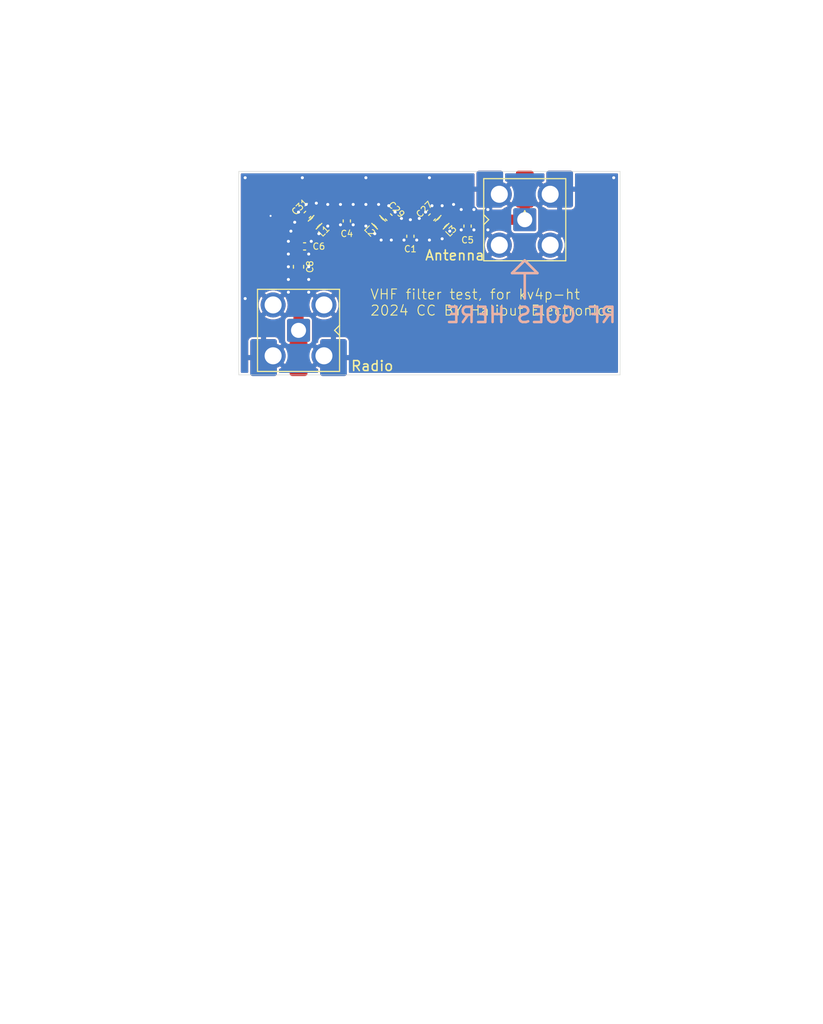
<source format=kicad_pcb>
(kicad_pcb (version 20240108) (generator "pcbnew") (generator_version "8.0")
  (title_block (title "kv4p HT") (date "2024-11-26") (rev "2.1a") (company "VanceVagell") (comment 1 "https://github.com/VanceVagell/kv4p-ht") (comment 2 "v2 hardware by @SmittyHalibut"))
  (layers (0 "F.Cu" signal) (1 "In1.Cu" signal) (2 "In2.Cu" signal) (31 "B.Cu" signal) (34 "B.Paste" user) (35 "F.Paste" user) (36 "B.SilkS" user "B.Silkscreen") (37 "F.SilkS" user "F.Silkscreen") (38 "B.Mask" user) (39 "F.Mask" user) (44 "Edge.Cuts" user))
  (net 0 "")
  (net 1 "GND")
  (net 2 "Net-(J3-In)")
  (net 3 "Net-(J1-In)")
  (net 4 "Net-(C1-Pad2)")
  (net 5 "Net-(C29-Pad2)")
  (net 6 "Net-(C31-Pad2)")
  (footprint "Connector_Coaxial:SMA_Amphenol_901-143_Horizontal" (layer "F.Cu") (at 132.969 79.375 180)
    (property "Reference" "J3" (hide yes))
    (property "Value" "Radio")
    (fp_line (start 4.1 -4.1) (end 4.1 4.1) (stroke (width 0.12)) (layer "F.SilkS"))
    (fp_line (start -3.6 0) (end -4.1 -0.5) (stroke (width 0.12)) (layer "F.SilkS"))
    (fp_line (start -4.1 4.1) (end 4.1 4.1) (stroke (width 0.12)) (layer "F.SilkS"))
    (fp_line (start -4.1 0.5) (end -3.6 0) (stroke (width 0.12)) (layer "F.SilkS"))
    (fp_line (start -4.1 -4.1) (end 4.1 -4.1) (stroke (width 0.12)) (layer "F.SilkS"))
    (fp_line (start -4.1 -4.1) (end -4.1 4.1) (stroke (width 0.12)) (layer "F.SilkS"))
    (pad "1" thru_hole roundrect (at 0 0 180) (size 2.3 2.3) (drill 1.5) (layers "*.Cu" "*.Mask") (roundrect_rratio 0.087) (net 2 "Net-(J3-In)"))
    (pad "2" thru_hole circle (at -2.54 -2.54 180) (size 2.5 2.5) (drill 1.7) (layers "*.Cu" "*.Mask") (net 1 "GND"))
    (pad "2" thru_hole circle (at -2.54 2.54 180) (size 2.5 2.5) (drill 1.7) (layers "*.Cu" "*.Mask") (net 1 "GND"))
    (pad "2" thru_hole circle (at 2.54 -2.54 180) (size 2.5 2.5) (drill 1.7) (layers "*.Cu" "*.Mask") (net 1 "GND"))
    (pad "2" thru_hole circle (at 2.54 2.54 180) (size 2.5 2.5) (drill 1.7) (layers "*.Cu" "*.Mask") (net 1 "GND"))
  )
  (footprint "Inductor_SMD:L_0805_2012Metric" (layer "F.Cu") (at 140.97 68.58 135)
    (property "Reference" "L2" (at 0 -1.257236 135) (layer "F.SilkS") (effects (font (size 0.635 0.635) (thickness 0.1016))))
    (property "Value" "30nH")
    (fp_line (start -0.399622 -0.56) (end 0.399622 -0.56) (stroke (width 0.12)) (layer "F.SilkS"))
    (fp_line (start -0.399622 0.56) (end 0.399622 0.56) (stroke (width 0.12)) (layer "F.SilkS"))
    (pad "1" smd roundrect (at -1.0625 0 135) (size 0.875 1.2) (layers "F.Cu" "F.Paste" "F.Mask") (net 4 "Net-(C1-Pad2)"))
    (pad "2" smd roundrect (at 1.0625 0 135) (size 0.875 1.2) (layers "F.Cu" "F.Paste" "F.Mask") (net 5 "Net-(C29-Pad2)"))
  )
  (footprint "Capacitor_SMD:C_0402_1005Metric" (layer "F.Cu") (at 137.795 68.453 90)
    (property "Reference" "C4" (at -1.27 0 180) (layer "F.SilkS") (effects (font (size 0.635 0.635) (thickness 0.1016))))
    (property "Value" "16pF")
    (fp_line (start -0.107836 -0.36) (end 0.107836 -0.36) (stroke (width 0.12)) (layer "F.SilkS"))
    (fp_line (start -0.107836 0.36) (end 0.107836 0.36) (stroke (width 0.12)) (layer "F.SilkS"))
    (pad "1" smd roundrect (at -0.48 0 90) (size 0.56 0.62) (layers "F.Cu" "F.Paste" "F.Mask") (net 1 "GND"))
    (pad "2" smd roundrect (at 0.48 0 90) (size 0.56 0.62) (layers "F.Cu" "F.Paste" "F.Mask") (net 5 "Net-(C29-Pad2)"))
  )
  (footprint "Inductor_SMD:L_0603_1608Metric" (layer "F.Cu") (at 147.32 68.58 -135)
    (property "Reference" "L3" (at 0 -1.257236 45) (layer "F.SilkS") (effects (font (size 0.635 0.635) (thickness 0.1016))))
    (property "Value" "43nH")
    (fp_line (start -0.16278 0.51) (end 0.16278 0.51) (stroke (width 0.12)) (layer "F.SilkS"))
    (fp_line (start -0.16278 -0.51) (end 0.16278 -0.51) (stroke (width 0.12)) (layer "F.SilkS"))
    (pad "1" smd roundrect (at -0.787501 0 225) (size 0.875 0.95) (layers "F.Cu" "F.Paste" "F.Mask") (net 3 "Net-(J1-In)"))
    (pad "2" smd roundrect (at 0.787501 0 225) (size 0.875 0.95) (layers "F.Cu" "F.Paste" "F.Mask") (net 4 "Net-(C1-Pad2)"))
  )
  (footprint "Connector_Coaxial:SMA_Amphenol_901-143_Horizontal" (layer "F.Cu") (at 155.575 68.326)
    (property "Reference" "J1" (hide yes))
    (property "Value" "Antenna" (at -6.985 3.556 0) (layer "F.SilkS"))
    (fp_line (start -4.1 -4.1) (end -4.1 4.1) (stroke (width 0.12)) (layer "F.SilkS"))
    (fp_line (start -4.1 -4.1) (end 4.1 -4.1) (stroke (width 0.12)) (layer "F.SilkS"))
    (fp_line (start -4.1 0.5) (end -3.6 0) (stroke (width 0.12)) (layer "F.SilkS"))
    (fp_line (start -4.1 4.1) (end 4.1 4.1) (stroke (width 0.12)) (layer "F.SilkS"))
    (fp_line (start -3.6 0) (end -4.1 -0.5) (stroke (width 0.12)) (layer "F.SilkS"))
    (fp_line (start 4.1 -4.1) (end 4.1 4.1) (stroke (width 0.12)) (layer "F.SilkS"))
    (pad "1" thru_hole roundrect (at 0 0) (size 2.3 2.3) (drill 1.5) (layers "*.Cu" "*.Mask") (roundrect_rratio 0.087) (net 3 "Net-(J1-In)"))
    (pad "2" thru_hole circle (at -2.54 -2.54) (size 2.5 2.5) (drill 1.7) (layers "*.Cu" "*.Mask") (net 1 "GND"))
    (pad "2" thru_hole circle (at -2.54 2.54) (size 2.5 2.5) (drill 1.7) (layers "*.Cu" "*.Mask") (net 1 "GND"))
    (pad "2" thru_hole circle (at 2.54 -2.54) (size 2.5 2.5) (drill 1.7) (layers "*.Cu" "*.Mask") (net 1 "GND"))
    (pad "2" thru_hole circle (at 2.54 2.54) (size 2.5 2.5) (drill 1.7) (layers "*.Cu" "*.Mask") (net 1 "GND"))
  )
  (footprint "Connector_Coaxial:SMA_Molex_73251-2120_EdgeMount_Horizontal" (layer "F.Cu") (at 132.969 82.344 -90)
    (property "Reference" "J4" (hide yes))
    (property "Value" "SMA")
    (fp_line (start -2.9 0.25) (end -2.4 0) (stroke (width 0.12)) (layer "F.SilkS"))
    (fp_line (start -2.4 0) (end -2.9 -0.25) (stroke (width 0.12)) (layer "F.SilkS"))
    (fp_line (start -2.9 -0.25) (end -2.9 0.25) (stroke (width 0.12)) (layer "F.SilkS"))
    (pad "1" smd roundrect (at -0.25 0 270) (size 3.69 1.78) (layers "F.Cu" "F.Paste" "F.Mask") (roundrect_rratio 0.1404494382) (net 2 "Net-(J3-In)"))
    (pad "2" smd roundrect (at -0.25 -3.4925 270) (size 3.69 2.665) (layers "F.Cu" "F.Paste" "F.Mask") (roundrect_rratio 0.09380863039) (net 1 "GND"))
    (pad "2" smd roundrect (at -0.25 -3.4925 270) (size 3.69 2.665) (layers "B.Cu" "B.Paste" "B.Mask") (roundrect_rratio 0.09380863039) (net 1 "GND"))
    (pad "2" smd roundrect (at -0.25 3.4925 270) (size 3.69 2.665) (layers "F.Cu" "F.Paste" "F.Mask") (roundrect_rratio 0.09380863039) (net 1 "GND"))
    (pad "2" smd roundrect (at -0.25 3.4925 270) (size 3.69 2.665) (layers "B.Cu" "B.Paste" "B.Mask") (roundrect_rratio 0.09380863039) (net 1 "GND"))
  )
  (footprint "Capacitor_SMD:C_0402_1005Metric" (layer "F.Cu") (at 133.858 67.818 -135)
    (property "Reference" "C31" (at 0 1.077631 45) (layer "F.SilkS") (effects (font (size 0.635 0.635) (thickness 0.1016))))
    (property "Value" "11pF")
    (fp_line (start -0.107836 0.36) (end 0.107836 0.36) (stroke (width 0.12)) (layer "F.SilkS"))
    (fp_line (start -0.107836 -0.36) (end 0.107836 -0.36) (stroke (width 0.12)) (layer "F.SilkS"))
    (pad "1" smd roundrect (at -0.48 0 225) (size 0.56 0.62) (layers "F.Cu" "F.Paste" "F.Mask") (net 5 "Net-(C29-Pad2)"))
    (pad "2" smd roundrect (at 0.48 0 225) (size 0.56 0.62) (layers "F.Cu" "F.Paste" "F.Mask") (net 6 "Net-(C31-Pad2)"))
  )
  (footprint "Inductor_SMD:L_0805_2012Metric" (layer "F.Cu") (at 147.32 68.58 -135)
    (property "Reference" "L4" (hide yes))
    (property "Value" "~")
    (fp_line (start -0.399622 0.56) (end 0.399622 0.56) (stroke (width 0.12)) (layer "F.SilkS"))
    (fp_line (start -0.399622 -0.56) (end 0.399622 -0.56) (stroke (width 0.12)) (layer "F.SilkS"))
    (pad "1" smd roundrect (at -1.0625 0 225) (size 0.875 1.2) (layers "F.Cu" "F.Paste" "F.Mask") (net 3 "Net-(J1-In)"))
    (pad "2" smd roundrect (at 1.0625 0 225) (size 0.875 1.2) (layers "F.Cu" "F.Paste" "F.Mask") (net 4 "Net-(C1-Pad2)"))
  )
  (footprint "Inductor_SMD:L_0603_1608Metric" (layer "F.Cu") (at 140.97 68.58 135)
    (property "Reference" "L5" (hide yes))
    (property "Value" "~")
    (fp_line (start -0.16278 -0.51) (end 0.16278 -0.51) (stroke (width 0.12)) (layer "F.SilkS"))
    (fp_line (start -0.16278 0.51) (end 0.16278 0.51) (stroke (width 0.12)) (layer "F.SilkS"))
    (pad "1" smd roundrect (at -0.787501 0 135) (size 0.875 0.95) (layers "F.Cu" "F.Paste" "F.Mask") (net 4 "Net-(C1-Pad2)"))
    (pad "2" smd roundrect (at 0.787501 0 135) (size 0.875 0.95) (layers "F.Cu" "F.Paste" "F.Mask") (net 5 "Net-(C29-Pad2)"))
  )
  (footprint "Capacitor_SMD:C_0603_1608Metric" (layer "F.Cu") (at 132.969 73.025 -90)
    (property "Reference" "C8" (at 0 -1.143 -90) (layer "F.SilkS") (effects (font (size 0.635 0.635) (thickness 0.1016))))
    (property "Value" "2.2nF Tuned VHF")
    (fp_line (start -0.14058 0.51) (end 0.14058 0.51) (stroke (width 0.12)) (layer "F.SilkS"))
    (fp_line (start -0.14058 -0.51) (end 0.14058 -0.51) (stroke (width 0.12)) (layer "F.SilkS"))
    (pad "1" smd roundrect (at -0.775 0 270) (size 0.9 0.95) (layers "F.Cu" "F.Paste" "F.Mask") (net 6 "Net-(C31-Pad2)"))
    (pad "2" smd roundrect (at 0.775 0 270) (size 0.9 0.95) (layers "F.Cu" "F.Paste" "F.Mask") (net 2 "Net-(J3-In)"))
  )
  (footprint "Capacitor_SMD:C_0402_1005Metric" (layer "F.Cu") (at 141.986 68.072 135)
    (property "Reference" "C29" (at 0 1.077631 135) (layer "F.SilkS") (effects (font (size 0.635 0.635) (thickness 0.1016))))
    (property "Value" "13pF")
    (fp_line (start -0.107836 -0.36) (end 0.107836 -0.36) (stroke (width 0.12)) (layer "F.SilkS"))
    (fp_line (start -0.107836 0.36) (end 0.107836 0.36) (stroke (width 0.12)) (layer "F.SilkS"))
    (pad "1" smd roundrect (at -0.48 0 135) (size 0.56 0.62) (layers "F.Cu" "F.Paste" "F.Mask") (net 4 "Net-(C1-Pad2)"))
    (pad "2" smd roundrect (at 0.48 0 135) (size 0.56 0.62) (layers "F.Cu" "F.Paste" "F.Mask") (net 5 "Net-(C29-Pad2)"))
  )
  (footprint "Inductor_SMD:L_0805_2012Metric" (layer "F.Cu") (at 134.62 68.58 -135)
    (property "Reference" "L1" (at 0 -1.257236 45) (layer "F.SilkS") (effects (font (size 0.635 0.635) (thickness 0.1016))))
    (property "Value" "27nH")
    (fp_line (start -0.399622 0.56) (end 0.399622 0.56) (stroke (width 0.12)) (layer "F.SilkS"))
    (fp_line (start -0.399622 -0.56) (end 0.399622 -0.56) (stroke (width 0.12)) (layer "F.SilkS"))
    (pad "1" smd roundrect (at -1.0625 0 225) (size 0.875 1.2) (layers "F.Cu" "F.Paste" "F.Mask") (net 5 "Net-(C29-Pad2)"))
    (pad "2" smd roundrect (at 1.0625 0 225) (size 0.875 1.2) (layers "F.Cu" "F.Paste" "F.Mask") (net 6 "Net-(C31-Pad2)"))
  )
  (footprint "Capacitor_SMD:C_0402_1005Metric" (layer "F.Cu") (at 144.145 69.977 90)
    (property "Reference" "C1" (at -1.27 0 180) (layer "F.SilkS") (effects (font (size 0.635 0.635) (thickness 0.1016))))
    (property "Value" "18pF")
    (fp_line (start -0.107836 -0.36) (end 0.107836 -0.36) (stroke (width 0.12)) (layer "F.SilkS"))
    (fp_line (start -0.107836 0.36) (end 0.107836 0.36) (stroke (width 0.12)) (layer "F.SilkS"))
    (pad "1" smd roundrect (at -0.48 0 90) (size 0.56 0.62) (layers "F.Cu" "F.Paste" "F.Mask") (net 1 "GND"))
    (pad "2" smd roundrect (at 0.48 0 90) (size 0.56 0.62) (layers "F.Cu" "F.Paste" "F.Mask") (net 4 "Net-(C1-Pad2)"))
  )
  (footprint "Capacitor_SMD:C_0402_1005Metric" (layer "F.Cu") (at 146.304 68.072 -135)
    (property "Reference" "C27" (at 0 1.077631 45) (layer "F.SilkS") (effects (font (size 0.635 0.635) (thickness 0.1016))))
    (property "Value" "2.7pF")
    (fp_line (start -0.107836 0.36) (end 0.107836 0.36) (stroke (width 0.12)) (layer "F.SilkS"))
    (fp_line (start -0.107836 -0.36) (end 0.107836 -0.36) (stroke (width 0.12)) (layer "F.SilkS"))
    (pad "1" smd roundrect (at -0.48 0 225) (size 0.56 0.62) (layers "F.Cu" "F.Paste" "F.Mask") (net 3 "Net-(J1-In)"))
    (pad "2" smd roundrect (at 0.48 0 225) (size 0.56 0.62) (layers "F.Cu" "F.Paste" "F.Mask") (net 4 "Net-(C1-Pad2)"))
  )
  (footprint "Capacitor_SMD:C_0402_1005Metric" (layer "F.Cu") (at 133.576 70.993 180)
    (property "Reference" "C6" (at -1.425 0 180) (layer "F.SilkS") (effects (font (size 0.635 0.635) (thickness 0.1016))))
    (property "Value" "5.1pF")
    (fp_line (start -0.107836 0.36) (end 0.107836 0.36) (stroke (width 0.12)) (layer "F.SilkS"))
    (fp_line (start -0.107836 -0.36) (end 0.107836 -0.36) (stroke (width 0.12)) (layer "F.SilkS"))
    (pad "1" smd roundrect (at -0.48 0 180) (size 0.56 0.62) (layers "F.Cu" "F.Paste" "F.Mask") (net 1 "GND"))
    (pad "2" smd roundrect (at 0.48 0 180) (size 0.56 0.62) (layers "F.Cu" "F.Paste" "F.Mask") (net 6 "Net-(C31-Pad2)"))
  )
  (footprint "Connector_Coaxial:SMA_Molex_73251-2120_EdgeMount_Horizontal" (layer "F.Cu") (at 155.575 65.024 90)
    (property "Reference" "J2" (hide yes))
    (property "Value" "SMA")
    (fp_line (start -2.9 -0.25) (end -2.9 0.25) (stroke (width 0.12)) (layer "F.SilkS"))
    (fp_line (start -2.4 0) (end -2.9 -0.25) (stroke (width 0.12)) (layer "F.SilkS"))
    (fp_line (start -2.9 0.25) (end -2.4 0) (stroke (width 0.12)) (layer "F.SilkS"))
    (pad "1" smd roundrect (at -0.25 0 90) (size 3.69 1.78) (layers "F.Cu" "F.Paste" "F.Mask") (roundrect_rratio 0.1404494382) (net 3 "Net-(J1-In)"))
    (pad "2" smd roundrect (at -0.25 -3.4925 90) (size 3.69 2.665) (layers "F.Cu" "F.Paste" "F.Mask") (roundrect_rratio 0.09380863039) (net 1 "GND"))
    (pad "2" smd roundrect (at -0.25 -3.4925 90) (size 3.69 2.665) (layers "B.Cu" "B.Paste" "B.Mask") (roundrect_rratio 0.09380863039) (net 1 "GND"))
    (pad "2" smd roundrect (at -0.25 3.4925 90) (size 3.69 2.665) (layers "F.Cu" "F.Paste" "F.Mask") (roundrect_rratio 0.09380863039) (net 1 "GND"))
    (pad "2" smd roundrect (at -0.25 3.4925 90) (size 3.69 2.665) (layers "B.Cu" "B.Paste" "B.Mask") (roundrect_rratio 0.09380863039) (net 1 "GND"))
  )
  (footprint "Inductor_SMD:L_0603_1608Metric" (layer "F.Cu") (at 134.62 68.58 -135)
    (property "Reference" "L6" (hide yes))
    (property "Value" "~" (hide yes))
    (fp_line (start -0.16278 0.51) (end 0.16278 0.51) (stroke (width 0.12)) (layer "F.SilkS"))
    (fp_line (start -0.16278 -0.51) (end 0.16278 -0.51) (stroke (width 0.12)) (layer "F.SilkS"))
    (pad "1" smd roundrect (at -0.787501 0 225) (size 0.875 0.95) (layers "F.Cu" "F.Paste" "F.Mask") (net 5 "Net-(C29-Pad2)"))
    (pad "2" smd roundrect (at 0.787501 0 225) (size 0.875 0.95) (layers "F.Cu" "F.Paste" "F.Mask") (net 6 "Net-(C31-Pad2)"))
  )
  (footprint "Capacitor_SMD:C_0402_1005Metric" (layer "F.Cu") (at 149.86 68.961 90)
    (property "Reference" "C5" (at -1.397 0 180) (layer "F.SilkS") (effects (font (size 0.635 0.635) (thickness 0.1016))))
    (property "Value" "10pF")
    (fp_line (start -0.107836 -0.36) (end 0.107836 -0.36) (stroke (width 0.12)) (layer "F.SilkS"))
    (fp_line (start -0.107836 0.36) (end 0.107836 0.36) (stroke (width 0.12)) (layer "F.SilkS"))
    (pad "1" smd roundrect (at -0.48 0 90) (size 0.56 0.62) (layers "F.Cu" "F.Paste" "F.Mask") (net 1 "GND"))
    (pad "2" smd roundrect (at 0.48 0 90) (size 0.56 0.62) (layers "F.Cu" "F.Paste" "F.Mask") (net 3 "Net-(J1-In)"))
  )
  (gr_line (start 155.575 72.39) (end 156.845 73.66) (stroke (width 0.254)) (layer "B.SilkS"))
  (gr_line (start 154.94 73.66) (end 154.305 73.66) (stroke (width 0.254)) (layer "B.SilkS"))
  (gr_line (start 154.305 73.66) (end 155.575 72.39) (stroke (width 0.254)) (layer "B.SilkS"))
  (gr_line (start 155.575 76.2) (end 155.575 73.66) (stroke (width 0.254)) (layer "B.SilkS"))
  (gr_line (start 156.845 73.66) (end 154.94 73.66) (stroke (width 0.254)) (layer "B.SilkS"))
  (gr_line (start 165.1 83.82) (end 165.1 63.5) (stroke (width 0.05)) (layer "Edge.Cuts"))
  (gr_line (start 165.1 63.5) (end 127 63.5) (stroke (width 0.05)) (layer "Edge.Cuts"))
  (gr_line (start 127 63.5) (end 127 83.82) (stroke (width 0.05)) (layer "Edge.Cuts"))
  (gr_line (start 165.1 83.82) (end 127 83.82) (stroke (width 0.05)) (layer "Edge.Cuts"))
  (gr_text "RF GOES HERE" (at 156.21 78.74 -0) (layer "B.SilkS") (effects (font (size 1.524 1.524) (thickness 0.254) (bold yes)) (justify bottom mirror)))
  (gr_text "Radio" (at 140.335 82.931 0) (layer "F.SilkS") (effects (font (size 1 1))))
  (gr_text "VHF filter test, for kv4p-ht\n2024 CC BY Halibut Electronics\n" (at 140.081 77.978 0) (layer "F.SilkS") (effects (font (size 1 1) (thickness 0.1)) (justify left bottom)))
  (via (at 146.304 66.929) (size 0.6) (drill 0.3) (layers "F.Cu" "B.Cu") (net 1))
  (via (at 131.953 73.025) (size 0.6) (drill 0.3) (layers "F.Cu" "B.Cu") (net 1))
  (via (at 133.35 64.135) (size 0.6) (drill 0.3) (layers "F.Cu" "B.Cu") (net 1))
  (via (at 141.224 70.358) (size 0.6) (drill 0.3) (layers "F.Cu" "B.Cu") (net 1))
  (via (at 133.985 74.295) (size 0.6) (drill 0.3) (layers "F.Cu" "B.Cu") (net 1))
  (via (at 135.89 68.961) (size 0.6) (drill 0.3) (layers "F.Cu" "B.Cu") (net 1))
  (via (at 151.892 67.31) (size 0.6) (drill 0.3) (layers "F.Cu" "B.Cu") (net 1))
  (via (at 139.7 66.802) (size 0.6) (drill 0.3) (layers "F.Cu" "B.Cu") (net 1))
  (via (at 131.953 71.755) (size 0.6) (drill 0.3) (layers "F.Cu" "B.Cu") (net 1))
  (via (at 141.986 66.929) (size 0.6) (drill 0.3) (layers "F.Cu" "B.Cu") (net 1))
  (via (at 147.32 70.231) (size 0.6) (drill 0.3) (layers "F.Cu" "B.Cu") (net 1))
  (via (at 137.16 68.834) (size 0.6) (drill 0.3) (layers "F.Cu" "B.Cu") (net 1))
  (via (at 131.953 75.565) (size 0.6) (drill 0.3) (layers "F.Cu" "B.Cu") (net 1))
  (via (at 144.78 70.358) (size 0.6) (drill 0.3) (layers "F.Cu" "B.Cu") (net 1))
  (via (at 150.495 67.31) (size 0.6) (drill 0.3) (layers "F.Cu" "B.Cu") (net 1))
  (via (at 149.225 69.342) (size 0.6) (drill 0.3) (layers "F.Cu" "B.Cu") (net 1))
  (via (at 164.465 64.135) (size 0.6) (drill 0.3) (layers "F.Cu" "B.Cu") (net 1))
  (via (at 133.731 66.802) (size 0.6) (drill 0.3) (layers "F.Cu" "B.Cu") (net 1))
  (via (at 130.175 67.945) (size 0.45) (drill 0.2) (layers "F.Cu" "B.Cu") (net 1))
  (via (at 146.05 64.135) (size 0.6) (drill 0.3) (layers "F.Cu" "B.Cu") (net 1))
  (via (at 144.145 68.326) (size 0.6) (drill 0.3) (layers "F.Cu" "B.Cu") (net 1))
  (via (at 140.589 69.723) (size 0.6) (drill 0.3) (layers "F.Cu" "B.Cu") (net 1))
  (via (at 127.635 64.135) (size 0.6) (drill 0.3) (layers "F.Cu" "B.Cu") (net 1))
  (via (at 147.32 66.929) (size 0.6) (drill 0.3) (layers "F.Cu" "B.Cu") (net 1))
  (via (at 139.7 64.135) (size 0.6) (drill 0.3) (layers "F.Cu" "B.Cu") (net 1))
  (via (at 143.51 70.358) (size 0.6) (drill 0.3) (layers "F.Cu" "B.Cu") (net 1))
  (via (at 145.034 68.199) (size 0.6) (drill 0.3) (layers "F.Cu" "B.Cu") (net 1))
  (via (at 148.463 66.802) (size 0.6) (drill 0.3) (layers "F.Cu" "B.Cu") (net 1))
  (via (at 133.985 75.565) (size 0.6) (drill 0.3) (layers "F.Cu" "B.Cu") (net 1))
  (via (at 146.05 70.358) (size 0.6) (drill 0.3) (layers "F.Cu" "B.Cu") (net 1))
  (via (at 140.97 66.802) (size 0.6) (drill 0.3) (layers "F.Cu" "B.Cu") (net 1))
  (via (at 148.082 69.469) (size 0.6) (drill 0.3) (layers "F.Cu" "B.Cu") (net 1))
  (via (at 145.669 67.564) (size 0.6) (drill 0.3) (layers "F.Cu" "B.Cu") (net 1))
  (via (at 131.953 74.295) (size 0.6) (drill 0.3) (layers "F.Cu" "B.Cu") (net 1))
  (via (at 151.892 69.342) (size 0.6) (drill 0.3) (layers "F.Cu" "B.Cu") (net 1))
  (via (at 139.7 68.961) (size 0.6) (drill 0.3) (layers "F.Cu" "B.Cu") (net 1))
  (via (at 134.239 70.485) (size 0.6) (drill 0.3) (layers "F.Cu" "B.Cu") (net 1))
  (via (at 133.985 71.755) (size 0.6) (drill 0.3) (layers "F.Cu" "B.Cu") (net 1))
  (via (at 134.747 66.675) (size 0.6) (drill 0.3) (layers "F.Cu" "B.Cu") (net 1))
  (via (at 127.635 76.2) (size 0.6) (drill 0.3) (layers "F.Cu" "B.Cu") (net 1))
  (via (at 132.207 69.469) (size 0.6) (drill 0.3) (layers "F.Cu" "B.Cu") (net 1))
  (via (at 149.225 67.31) (size 0.6) (drill 0.3) (layers "F.Cu" "B.Cu") (net 1))
  (via (at 132.588 68.58) (size 0.6) (drill 0.3) (layers "F.Cu" "B.Cu") (net 1))
  (via (at 133.985 73.025) (size 0.6) (drill 0.3) (layers "F.Cu" "B.Cu") (net 1))
  (via (at 135.89 66.802) (size 0.6) (drill 0.3) (layers "F.Cu" "B.Cu") (net 1))
  (via (at 132.969 67.564) (size 0.6) (drill 0.3) (layers "F.Cu" "B.Cu") (net 1))
  (via (at 142.621 67.564) (size 0.6) (drill 0.3) (layers "F.Cu" "B.Cu") (net 1))
  (via (at 138.43 66.802) (size 0.6) (drill 0.3) (layers "F.Cu" "B.Cu") (net 1))
  (via (at 137.16 66.802) (size 0.6) (drill 0.3) (layers "F.Cu" "B.Cu") (net 1))
  (via (at 138.43 68.834) (size 0.6) (drill 0.3) (layers "F.Cu" "B.Cu") (net 1))
  (via (at 143.256 68.199) (size 0.6) (drill 0.3) (layers "F.Cu" "B.Cu") (net 1))
  (via (at 142.24 70.358) (size 0.6) (drill 0.3) (layers "F.Cu" "B.Cu") (net 1))
  (via (at 135.001 69.723) (size 0.6) (drill 0.3) (layers "F.Cu" "B.Cu") (net 1))
  (via (at 150.495 69.342) (size 0.6) (drill 0.3) (layers "F.Cu" "B.Cu") (net 1))
  (via (at 131.953 70.485) (size 0.6) (drill 0.3) (layers "F.Cu" "B.Cu") (net 1))
  (segment (start 132.969 73.8) (end 132.969 79.375) (width 1.016) (layer "F.Cu") (net 2))
  (segment (start 146.643411 67.732589) (end 147.586283 67.732589) (width 0.635) (layer "F.Cu") (net 3))
  (segment (start 148.568602 68.326) (end 148.071301 67.828699) (width 1.016) (layer "F.Cu") (net 3))
  (segment (start 155.575 68.326) (end 148.568602 68.326) (width 1.016) (layer "F.Cu") (net 3))
  (segment (start 147.586283 67.732589) (end 147.876847 68.023153) (width 0.635) (layer "F.Cu") (net 3))
  (segment (start 155.575 68.326) (end 155.575 65.274) (width 1.016) (layer "F.Cu") (net 3))
  (segment (start 141.721301 69.331301) (end 143.256 69.331301) (width 1.016) (layer "F.Cu") (net 4))
  (segment (start 145.923 69.331301) (end 146.568699 69.331301) (width 1.016) (layer "F.Cu") (net 4))
  (segment (start 142.325411 68.411411) (end 141.721301 69.015521) (width 0.635) (layer "F.Cu") (net 4))
  (segment (start 145.964589 68.411411) (end 146.568699 69.015521) (width 0.635) (layer "F.Cu") (net 4))
  (segment (start 143.256 69.331301) (end 145.923 69.331301) (width 1.016) (layer "F.Cu") (net 4))
  (segment (start 141.721301 69.015521) (end 141.721301 69.331301) (width 0.635) (layer "F.Cu") (net 4))
  (segment (start 146.568699 69.015521) (end 146.568699 69.331301) (width 0.635) (layer "F.Cu") (net 4))
  (segment (start 145.034 69.331301) (end 145.923 69.331301) (width 0.508) (layer "F.Cu") (net 4))
  (segment (start 143.256 69.331301) (end 142.325411 68.411411) (width 0.635) (layer "F.Cu") (net 4))
  (segment (start 145.964589 68.411411) (end 145.034 69.331301) (width 0.635) (layer "F.Cu") (net 4))
  (segment (start 135.021191 67.478589) (end 135.371301 67.828699) (width 0.508) (layer "F.Cu") (net 5))
  (segment (start 135.371301 67.828699) (end 140.218699 67.828699) (width 1.016) (layer "F.Cu") (net 5))
  (segment (start 134.197411 67.478589) (end 135.021191 67.478589) (width 0.635) (layer "F.Cu") (net 5))
  (segment (start 141.646589 67.732589) (end 140.314809 67.732589) (width 0.635) (layer "F.Cu") (net 5))
  (segment (start 134.632283 67.478589) (end 135.176847 68.023153) (width 0.635) (layer "F.Cu") (net 5))
  (segment (start 140.314809 67.732589) (end 140.218699 67.828699) (width 0.762) (layer "F.Cu") (net 5))
  (segment (start 134.197411 67.478589) (end 134.632283 67.478589) (width 0.635) (layer "F.Cu") (net 5))
  (segment (start 132.969 70.231) (end 133.868699 69.331301) (width 1.016) (layer "F.Cu") (net 6))
  (segment (start 133.518589 68.157411) (end 133.518589 68.58) (width 0.635) (layer "F.Cu") (net 6))
  (segment (start 133.518589 68.58) (end 133.518589 68.981191) (width 0.635) (layer "F.Cu") (net 6))
  (segment (start 133.518589 68.981191) (end 133.868699 69.331301) (width 0.508) (layer "F.Cu") (net 6))
  (segment (start 133.518589 68.592283) (end 134.063153 69.136847) (width 0.635) (layer "F.Cu") (net 6))
  (segment (start 133.518589 68.58) (end 133.518589 68.592283) (width 0.635) (layer "F.Cu") (net 6))
  (segment (start 132.969 72.25) (end 132.969 70.231) (width 1.016) (layer "F.Cu") (net 6))
  (zone (net 1) (net_name "GND") (layer "F.Cu") (priority 2) (connect_pads yes (clearance 0.224282)) (min_thickness 0.25) (fill yes (thermal_gap 0.5) (thermal_bridge_width 0.5))
    (polygon (pts (xy 131.445 75.311) (xy 135.255 75.311) (xy 135.255 71.12) (xy 150.241 71.12) (xy 150.622 69.342) (xy 156.337 69.342) (xy 156.337 67.818) (xy 149.987 67.818) (xy 149.987 65.405) (xy 131.445 65.405)))
  )
  (zone (net 0) (net_name "") (layers "F.Cu" "In1.Cu" "In2.Cu") (connect_pads (clearance 0)) (min_thickness 0.25)
    (keepout (tracks allowed) (vias allowed) (pads allowed) (copperpour not_allowed) (footprints allowed))
    (fill (thermal_gap 0.5) (thermal_bridge_width 0.5))
    (polygon (pts (xy 132.2324 74.8538) (xy 132.2324 75.6666) (xy 132.2324 80.4672) (xy 133.7056 80.4672) (xy 133.7056 75.7428) (xy 133.7056 74.803) (xy 133.7056 70.5358) (xy 134.0358 70.2056) (xy 134.2136 70.1548) (xy 135.8138 68.5546) (xy 139.8016 68.5546) (xy 141.3002 70.0532) (xy 141.5034 70.1802) (xy 141.732 70.1802) (xy 141.9606 70.0532) (xy 146.3548 70.0532) (xy 146.5326 70.1802) (xy 146.7358 70.2056) (xy 146.939 70.1294) (xy 148.0058 69.0626) (xy 156.083 69.0626) (xy 156.4132 68.707) (xy 156.4132 63.5) (xy 154.686 63.5) (xy 154.686 66.929) (xy 154.305 67.183) (xy 154.178 67.5894) (xy 148.8694 67.5894) (xy 148.1582 67.0052) (xy 147.955 66.9544) (xy 147.701 67.0306) (xy 147.5486 67.183) (xy 146.431 67.183) (xy 145.0086 68.6054) (xy 143.2814 68.6054) (xy 141.859 67.183) (xy 140.7414 67.183) (xy 140.5636 67.0052) (xy 140.335 66.9544) (xy 140.0048 67.1068) (xy 135.6106 67.1068) (xy 135.382 66.9798) (xy 135.1026 66.929) (xy 134.0104 66.929) (xy 132.969 67.9704) (xy 132.969 69.1896) (xy 132.4356 69.723) (xy 132.2324 70.1294)))
  )
  (zone (net 1) (net_name "GND") (layers "F.Cu" "In1.Cu" "In2.Cu" "B.Cu") (connect_pads yes (clearance 0.2)) (min_thickness 0.2) (fill yes (thermal_gap 0.2) (thermal_bridge_width 0.5))
    (polygon (pts (xy 127 63.5) (xy 165.1 63.5) (xy 165.1 86.995) (xy 127 86.995)))
  )
)
</source>
